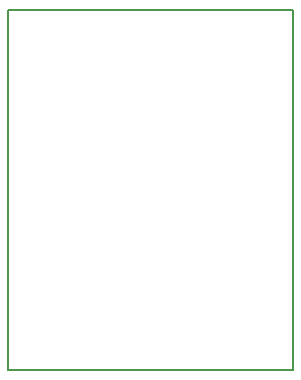
<source format=gm1>
%TF.GenerationSoftware,KiCad,Pcbnew,4.0.2+dfsg1-stable*%
%TF.CreationDate,2019-03-01T15:28:12+01:00*%
%TF.ProjectId,A500MPU-Adapter,413530304D50552D416461707465722E,rev?*%
%TF.FileFunction,Profile,NP*%
%FSLAX46Y46*%
G04 Gerber Fmt 4.6, Leading zero omitted, Abs format (unit mm)*
G04 Created by KiCad (PCBNEW 4.0.2+dfsg1-stable) date Fri 01 Mar 2019 15:28:12 CET*
%MOMM*%
G01*
G04 APERTURE LIST*
%ADD10C,0.100000*%
%ADD11C,0.150000*%
G04 APERTURE END LIST*
D10*
D11*
X168910000Y-96520000D02*
X144780000Y-96520000D01*
X168910000Y-127000000D02*
X168910000Y-96520000D01*
X144780000Y-127000000D02*
X168910000Y-127000000D01*
X144780000Y-96520000D02*
X144780000Y-127000000D01*
M02*

</source>
